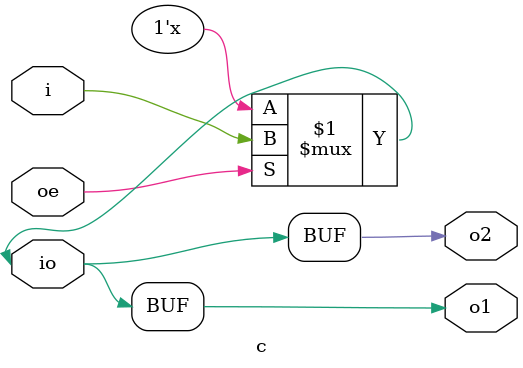
<source format=v>
module obuf (input i, (* iopad_external_pin *) output o); endmodule
module obuft (input i, input oe, (* iopad_external_pin *) output o); endmodule
module iobuf (input i, input oe, output o, (* iopad_external_pin *) inout io); endmodule
module sub(input i, output o); endmodule

module a(input i, (* init=1'b1 *) output o);
sub s(.i(i), .o(o));
endmodule

module b(input [1:0] i, oe, (* init=2'b1x *) output [1:0] o);
wire [1:0] w;
sub s1(.i(i[0]), .o(w[0]));
sub s2(.i(i[1]), .o(w[1]));
assign o = oe ? w : 2'bz;
endmodule

module c(input i, oe, (* init=1'b0 *) inout io, output o1, o2);
assign io = oe ? i : 1'bz;
assign {o1,o2} = {io,io};
endmodule

</source>
